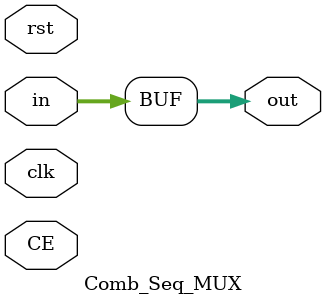
<source format=v>
module Comb_Seq_MUX (rst,clk,CE,in,out);

// Instanstiation 
// Comb_Seq_MUX #(.WIDTH(),.RSTTYPE(),.Sel_REG()) Name (.rst(),.clk(),.CE(),.in(),.out());

parameter WIDTH = 18;
parameter RSTTYPE = "SYNC";
parameter Sel_REG = 0; // Selection of the MUX

input rst, clk, CE; // CE stands for Clock Enable
input [WIDTH - 1 : 0] in;

output [WIDTH - 1 : 0] out;

reg [WIDTH - 1 : 0] OUT_Seq;

generate // Sequential Flip - Flop
    if (RSTTYPE == "SYNC") begin
        always @(posedge clk) begin
            if (rst)
                OUT_Seq <= 0;
            else
            if (CE)
                OUT_Seq <= in;
        end
    end 
    else
    if (RSTTYPE == "ASYNC") begin
       always @(posedge clk or posedge rst) begin
            if (rst)
                OUT_Seq <= 0;
            else
            if (CE)
                OUT_Seq <= in;
       end
    end
endgenerate

// If Sel_REG = 1 -> Sequential Flip - Flop , Sel_REG = 0 -> Combinational
assign out = (Sel_REG)? OUT_Seq : in;

endmodule
</source>
